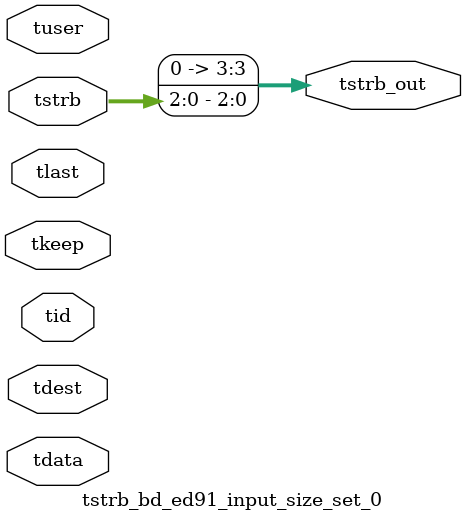
<source format=v>


`timescale 1ps/1ps

module tstrb_bd_ed91_input_size_set_0 #
(
parameter C_S_AXIS_TDATA_WIDTH = 32,
parameter C_S_AXIS_TUSER_WIDTH = 0,
parameter C_S_AXIS_TID_WIDTH   = 0,
parameter C_S_AXIS_TDEST_WIDTH = 0,
parameter C_M_AXIS_TDATA_WIDTH = 32
)
(
input  [(C_S_AXIS_TDATA_WIDTH == 0 ? 1 : C_S_AXIS_TDATA_WIDTH)-1:0     ] tdata,
input  [(C_S_AXIS_TUSER_WIDTH == 0 ? 1 : C_S_AXIS_TUSER_WIDTH)-1:0     ] tuser,
input  [(C_S_AXIS_TID_WIDTH   == 0 ? 1 : C_S_AXIS_TID_WIDTH)-1:0       ] tid,
input  [(C_S_AXIS_TDEST_WIDTH == 0 ? 1 : C_S_AXIS_TDEST_WIDTH)-1:0     ] tdest,
input  [(C_S_AXIS_TDATA_WIDTH/8)-1:0 ] tkeep,
input  [(C_S_AXIS_TDATA_WIDTH/8)-1:0 ] tstrb,
input                                                                    tlast,
output [(C_M_AXIS_TDATA_WIDTH/8)-1:0 ] tstrb_out
);

assign tstrb_out = {tstrb[2:0]};

endmodule


</source>
